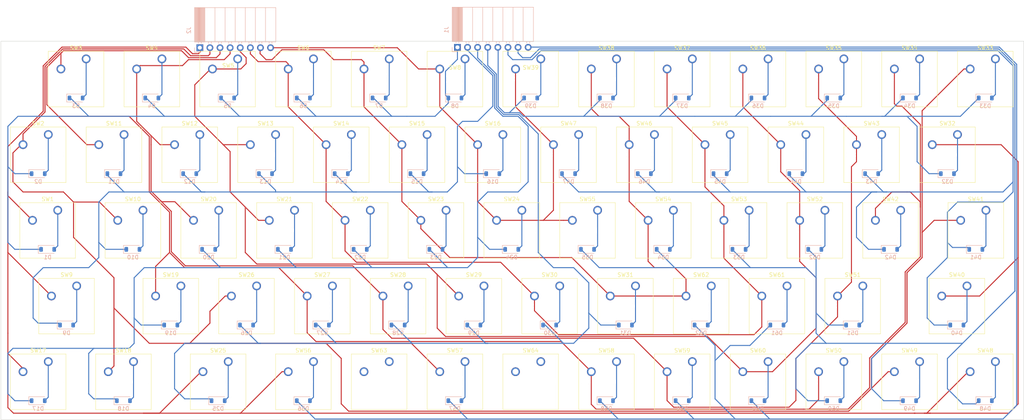
<source format=kicad_pcb>
(kicad_pcb (version 20221018) (generator pcbnew)

  (general
    (thickness 1.6)
  )

  (paper "A3")
  (layers
    (0 "F.Cu" signal)
    (31 "B.Cu" signal)
    (32 "B.Adhes" user "B.Adhesive")
    (33 "F.Adhes" user "F.Adhesive")
    (34 "B.Paste" user)
    (35 "F.Paste" user)
    (36 "B.SilkS" user "B.Silkscreen")
    (37 "F.SilkS" user "F.Silkscreen")
    (38 "B.Mask" user)
    (39 "F.Mask" user)
    (40 "Dwgs.User" user "User.Drawings")
    (41 "Cmts.User" user "User.Comments")
    (42 "Eco1.User" user "User.Eco1")
    (43 "Eco2.User" user "User.Eco2")
    (44 "Edge.Cuts" user)
    (45 "Margin" user)
    (46 "B.CrtYd" user "B.Courtyard")
    (47 "F.CrtYd" user "F.Courtyard")
    (48 "B.Fab" user)
    (49 "F.Fab" user)
    (50 "User.1" user)
    (51 "User.2" user)
    (52 "User.3" user)
    (53 "User.4" user)
    (54 "User.5" user)
    (55 "User.6" user)
    (56 "User.7" user)
    (57 "User.8" user)
    (58 "User.9" user)
  )

  (setup
    (pad_to_mask_clearance 0)
    (pcbplotparams
      (layerselection 0x00010fc_ffffffff)
      (plot_on_all_layers_selection 0x0000000_00000000)
      (disableapertmacros false)
      (usegerberextensions false)
      (usegerberattributes true)
      (usegerberadvancedattributes true)
      (creategerberjobfile true)
      (dashed_line_dash_ratio 12.000000)
      (dashed_line_gap_ratio 3.000000)
      (svgprecision 4)
      (plotframeref false)
      (viasonmask false)
      (mode 1)
      (useauxorigin false)
      (hpglpennumber 1)
      (hpglpenspeed 20)
      (hpglpendiameter 15.000000)
      (dxfpolygonmode true)
      (dxfimperialunits true)
      (dxfusepcbnewfont true)
      (psnegative false)
      (psa4output false)
      (plotreference true)
      (plotvalue true)
      (plotinvisibletext false)
      (sketchpadsonfab false)
      (subtractmaskfromsilk false)
      (outputformat 1)
      (mirror false)
      (drillshape 1)
      (scaleselection 1)
      (outputdirectory "")
    )
  )

  (net 0 "")
  (net 1 "Net-(D1-K)")
  (net 2 "Net-(D1-A)")
  (net 3 "Net-(D10-A)")
  (net 4 "Net-(D10-K)")
  (net 5 "Net-(D17-K)")
  (net 6 "Net-(D17-A)")
  (net 7 "Net-(D25-K)")
  (net 8 "Net-(D25-A)")
  (net 9 "Net-(D32-K)")
  (net 10 "Net-(D33-A)")
  (net 11 "Net-(D40-K)")
  (net 12 "Net-(D41-A)")
  (net 13 "Net-(D48-K)")
  (net 14 "Net-(D49-A)")
  (net 15 "Net-(D56-K)")
  (net 16 "Net-(D56-A)")
  (net 17 "Net-(J2-Pin_1)")
  (net 18 "Net-(J2-Pin_2)")
  (net 19 "Net-(J2-Pin_3)")
  (net 20 "Net-(J2-Pin_4)")
  (net 21 "Net-(J2-Pin_5)")
  (net 22 "Net-(J2-Pin_6)")
  (net 23 "Net-(J2-Pin_7)")
  (net 24 "Net-(J2-Pin_8)")
  (net 25 "unconnected-(SW63-Pad1)")
  (net 26 "unconnected-(SW63-Pad2)")
  (net 27 "unconnected-(SW64-Pad1)")
  (net 28 "unconnected-(SW64-Pad2)")
  (net 29 "Net-(D2-A)")
  (net 30 "Net-(D3-A)")
  (net 31 "Net-(D4-A)")
  (net 32 "Net-(D5-A)")
  (net 33 "Net-(D6-A)")
  (net 34 "Net-(D7-A)")
  (net 35 "Net-(D8-A)")
  (net 36 "Net-(D9-A)")
  (net 37 "Net-(D11-A)")
  (net 38 "Net-(D12-A)")
  (net 39 "Net-(D13-A)")
  (net 40 "Net-(D14-A)")
  (net 41 "Net-(D15-A)")
  (net 42 "Net-(D16-A)")
  (net 43 "Net-(D18-A)")
  (net 44 "Net-(D19-A)")
  (net 45 "Net-(D20-A)")
  (net 46 "Net-(D21-A)")
  (net 47 "Net-(D22-A)")
  (net 48 "Net-(D23-A)")
  (net 49 "Net-(D24-A)")
  (net 50 "Net-(D26-A)")
  (net 51 "Net-(D27-A)")
  (net 52 "Net-(D28-A)")
  (net 53 "Net-(D29-A)")
  (net 54 "Net-(D30-A)")
  (net 55 "Net-(D31-A)")
  (net 56 "Net-(D32-A)")
  (net 57 "Net-(D34-A)")
  (net 58 "Net-(D35-A)")
  (net 59 "Net-(D36-A)")
  (net 60 "Net-(D37-A)")
  (net 61 "Net-(D38-A)")
  (net 62 "Net-(D39-A)")
  (net 63 "Net-(D40-A)")
  (net 64 "Net-(D42-A)")
  (net 65 "Net-(D43-A)")
  (net 66 "Net-(D44-A)")
  (net 67 "Net-(D45-A)")
  (net 68 "Net-(D46-A)")
  (net 69 "Net-(D47-A)")
  (net 70 "Net-(D48-A)")
  (net 71 "Net-(D50-A)")
  (net 72 "Net-(D51-A)")
  (net 73 "Net-(D52-A)")
  (net 74 "Net-(D53-A)")
  (net 75 "Net-(D54-A)")
  (net 76 "Net-(D55-A)")
  (net 77 "Net-(D57-A)")
  (net 78 "Net-(D58-A)")
  (net 79 "Net-(D59-A)")
  (net 80 "Net-(D60-A)")
  (net 81 "Net-(D61-A)")
  (net 82 "Net-(D62-A)")

  (footprint "Button_Switch_Keyboard:SW_Cherry_MX_1.00u_PCB" (layer "F.Cu") (at 285.75 116.36375))

  (footprint "Button_Switch_Keyboard:SW_Cherry_MX_1.00u_PCB" (layer "F.Cu") (at 261.9375 154.46375))

  (footprint "Button_Switch_Keyboard:SW_Cherry_MX_1.00u_PCB" (layer "F.Cu") (at 114.3 116.36375))

  (footprint "Button_Switch_Keyboard:SW_Cherry_MX_1.00u_PCB" (layer "F.Cu") (at 252.4125 135.41375))

  (footprint "Button_Switch_Keyboard:SW_Cherry_MX_1.25u_PCB" (layer "F.Cu") (at 140.49375 173.51375))

  (footprint "Button_Switch_Keyboard:SW_Cherry_MX_1.00u_PCB" (layer "F.Cu") (at 276.225 173.51375))

  (footprint "Button_Switch_Keyboard:SW_Cherry_MX_1.00u_PCB" (layer "F.Cu") (at 257.175 97.31375))

  (footprint "Button_Switch_Keyboard:SW_Cherry_MX_1.00u_PCB" (layer "F.Cu") (at 214.3125 135.41375))

  (footprint "Button_Switch_Keyboard:SW_Cherry_MX_1.00u_PCB" (layer "F.Cu") (at 180.975 97.31375))

  (footprint "Button_Switch_Keyboard:SW_Cherry_MX_1.00u_PCB" (layer "F.Cu") (at 200.025 173.51375))

  (footprint "Button_Switch_Keyboard:SW_Cherry_MX_1.00u_PCB" (layer "F.Cu") (at 200.025 97.31375))

  (footprint "Button_Switch_Keyboard:SW_Cherry_MX_1.00u_PCB" (layer "F.Cu") (at 233.3625 135.41375))

  (footprint "Button_Switch_Keyboard:SW_Cherry_MX_1.00u_PCB" (layer "F.Cu") (at 304.8 116.36375))

  (footprint "Button_Switch_Keyboard:SW_Cherry_MX_1.00u_PCB" (layer "F.Cu") (at 95.25 116.36375))

  (footprint "Button_Switch_Keyboard:SW_Cherry_MX_1.00u_PCB" (layer "F.Cu") (at 295.275 97.31375))

  (footprint "Button_Switch_Keyboard:SW_Cherry_MX_1.00u_PCB" (layer "F.Cu") (at 147.6375 154.46375))

  (footprint "Button_Switch_Keyboard:SW_Cherry_MX_1.00u_PCB" (layer "F.Cu") (at 152.4 116.36375))

  (footprint "Button_Switch_Keyboard:SW_Cherry_MX_1.00u_PCB" (layer "F.Cu") (at 290.5125 135.41375))

  (footprint "Button_Switch_Keyboard:SW_Cherry_MX_1.00u_PCB" (layer "F.Cu") (at 119.0625 135.41375))

  (footprint "Button_Switch_Keyboard:SW_Cherry_MX_1.00u_PCB" (layer "F.Cu") (at 142.875 97.31375))

  (footprint "Button_Switch_Keyboard:SW_Cherry_MX_1.00u_PCB" (layer "F.Cu") (at 276.225 97.31375))

  (footprint "Button_Switch_Keyboard:SW_Cherry_MX_1.00u_PCB" (layer "F.Cu") (at 323.85 116.36375))

  (footprint "Button_Switch_Keyboard:SW_Cherry_MX_1.00u_PCB" (layer "F.Cu") (at 309.5625 135.41375))

  (footprint "Button_Switch_Keyboard:SW_Cherry_MX_1.00u_PCB" (layer "F.Cu") (at 185.7375 154.46375))

  (footprint "Button_Switch_Keyboard:SW_Cherry_MX_1.25u_PCB" (layer "F.Cu") (at 97.63125 135.41375))

  (footprint "Button_Switch_Keyboard:SW_Cherry_MX_1.00u_PCB" (layer "F.Cu") (at 219.075 173.51375))

  (footprint "Button_Switch_Keyboard:SW_Cherry_MX_1.00u_PCB" (layer "F.Cu") (at 280.9875 154.46375))

  (footprint "Button_Switch_Keyboard:SW_Cherry_MX_1.00u_PCB" (layer "F.Cu") (at 204.7875 154.46375))

  (footprint "Button_Switch_Keyboard:SW_Cherry_MX_1.00u_PCB" (layer "F.Cu") (at 300.0375 154.46375))

  (footprint "Button_Switch_Keyboard:SW_Cherry_MX_1.00u_PCB" (layer "F.Cu") (at 247.65 116.36375))

  (footprint "Button_Switch_Keyboard:SW_Cherry_MX_1.00u_PCB" (layer "F.Cu") (at 257.175 173.51375))

  (footprint "Button_Switch_Keyboard:SW_Cherry_MX_1.00u_PCB" (layer "F.Cu") (at 133.35 116.36375))

  (footprint "Button_Switch_Keyboard:SW_Cherry_MX_1.00u_PCB" (layer "F.Cu") (at 161.925 173.51375))

  (footprint "Button_Switch_Keyboard:SW_Cherry_MX_1.00u_PCB" (layer "F.Cu") (at 209.55 116.36375))

  (footprint "Button_Switch_Keyboard:SW_Cherry_MX_1.00u_PCB" (layer "F.Cu") (at 95.25 173.51375))

  (footprint "Button_Switch_Keyboard:SW_Cherry_MX_1.25u_PCB" (layer "F.Cu") (at 330.99375 135.41375))

  (footprint "Button_Switch_Keyboard:SW_Cherry_MX_1.00u_PCB" (layer "F.Cu") (at 128.5875 154.46375))

  (footprint "Button_Switch_Keyboard:SW_Cherry_MX_1.00u_PCB" (layer "F.Cu") (at 333.375 173.51375))

  (footprint "Button_Switch_Keyboard:SW_Cherry_MX_1.00u_PCB" (layer "F.Cu") (at 238.125 97.31375))

  (footprint "Button_Switch_Keyboard:SW_Cherry_MX_1.00u_PCB" (layer "F.Cu") (at 223.8375 154.46375))

  (footprint "Button_Switch_Keyboard:SW_Cherry_MX_1.00u_PCB" (layer "F.Cu") (at 219.075 97.31375))

  (footprint "Button_Switch_Keyboard:SW_Cherry_MX_1.00u_PCB" (layer "F.Cu")
    (tstamp a29d0987-fc1b-479e-89c1-4957eae3384f)
    (at 271.4625 135.41375)
    (descr "Cherry MX keyswitch, 1.00u, PCB mount, http://cherryamericas.com/wp-content/uploads/2014/12/mx_cat.pdf")
    (tags "Cherry MX keyswitch 1.00u PCB")
    (property "Sheetfile" "xantronix-z32.kicad_sch")
    (property "Sheetname" "")
    (property "ki_description" "Push button switch, generic, two pins")
    (property "ki_keywords" "switch normally-open pushbutton push-button")
    (path "/e818bc00-1e8f-44e3-b9f4-0bae43ab4fb8")
    (attr through_hole)
    (fp_text reference "SW53" (at -2.54 -2.794) (layer "F.SilkS")
        (effects (font (size 1 1) (thickness 0.15)))
      (tstamp cb3cf7f9-8c81-468e-8413-26def3be3526)
    )
    (fp_text value "SW_Push" (at -2.54 12.954) (layer "F.Fab")
        (effects (font (size 1 1) (thickness 0.15)))
      (tstamp 5182fbc3-0c7b-453c-aafd-532198d8e30e)
    )
    (fp_text user "${REFERENCE}" (at -2.54 -2.794) (layer "F.Fab")
        (effects (font (size 1 1) (thickness 0.15)))
      (tstamp 68a1dcc7-8161-4f6b-9b42-7c6638961b1c)
    )
    (fp_line (start -9.525 -1.905) (end 4.445 -1.905)
      (stroke (width 0.12) (type solid)) (layer "F.SilkS") (tstamp 08667e8a-8c72-429f-b2e6-5db12ca88ec3))
    (fp_line (start -9.525 12.065) (end -9.525 -1.905)
      (stroke (width 0.12) (type solid)) (layer "F.SilkS") (tstamp 0c747d89-b9cd-4ce8-9ab2-10088c866c2a))
    (fp_line (start 4.445 -1.905) (end 4.445 12.065)
      (stroke (width 0.12) (type solid)) (layer "F.SilkS") (tstamp f19d8e3e-1608-4cbf-9820-4000cc5e77a2))
    (fp_line (start 4.445 12.065) (end -9.525 12.065)
      (stroke (width 0.12) (type solid)) (layer "F.SilkS") (tstamp 4c4f0c93-87ab-4c00-841e-6a65574447aa))
    (fp_line (start -12.065 -4.445) (end 6.985 -4.445)
      (stroke (width 0.15) (type solid)) (layer "Dwgs.User") (tstamp e7e1ea46-d40c-432d-9e55-5a9b96b52741))
    (fp_line (start -12.065 14.605) (end -12.065 -4.445)
      (stroke (width 0.15) (type solid)) (layer "Dwgs.User") (tstamp 8db66b3b-fa37-4c8f-aaa0-111a725d8bc4))
    (fp_line (start 6.985 -4.445) (end 6.985 14.605)
      (stroke (width 0.15) (type solid)) (layer "Dwgs.User") (tstamp b1ad30f7-8a1d-476a-a2c5-5037a5d7450c))
    (fp_line (start 6.985 14.605) (end -12.065 14.605)
      (stroke (width 0.15) (type solid)) (layer "Dwgs.User") (tstamp 4924eca8-f13b-43e7-a3d0-2f8a8208b8df))
    (fp_line (start -9.14 -1.52) (end 4.06 -1.52)
      (stroke (width 0.05) (type solid)) (layer "F.CrtYd") (tstamp 4c571deb-
... [508749 chars truncated]
</source>
